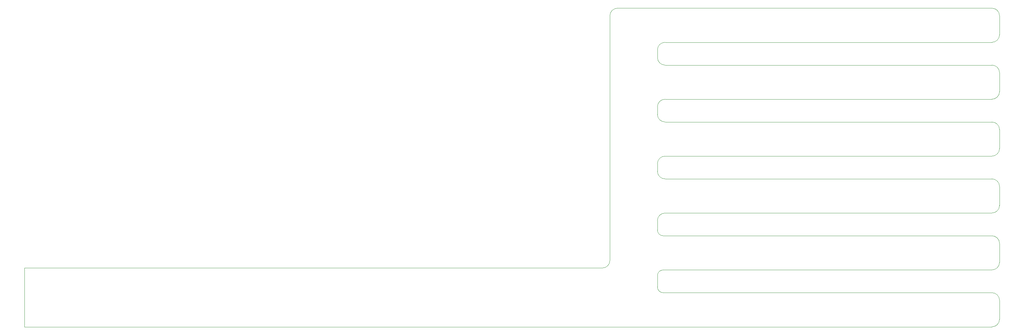
<source format=gm1>
G04 #@! TF.GenerationSoftware,KiCad,Pcbnew,(6.0.8)*
G04 #@! TF.CreationDate,2023-03-13T18:38:55-05:00*
G04 #@! TF.ProjectId,comb_v2_electrodes,636f6d62-5f76-4325-9f65-6c656374726f,rev?*
G04 #@! TF.SameCoordinates,Original*
G04 #@! TF.FileFunction,Profile,NP*
%FSLAX46Y46*%
G04 Gerber Fmt 4.6, Leading zero omitted, Abs format (unit mm)*
G04 Created by KiCad (PCBNEW (6.0.8)) date 2023-03-13 18:38:55*
%MOMM*%
%LPD*%
G01*
G04 APERTURE LIST*
G04 #@! TA.AperFunction,Profile*
%ADD10C,0.100000*%
G04 #@! TD*
G04 APERTURE END LIST*
D10*
X190000000Y-106000000D02*
X190000000Y-108500000D01*
X280000000Y-97000000D02*
X280000000Y-102000000D01*
X190000000Y-123500000D02*
G75*
G03*
X191500000Y-125000000I1500000J0D01*
G01*
X280000000Y-52000000D02*
G75*
G03*
X278000000Y-50000000I-2000000J0D01*
G01*
X179500000Y-50000000D02*
X278000000Y-50000000D01*
X191500000Y-110000000D02*
X278000000Y-110000000D01*
X280000000Y-97000000D02*
G75*
G03*
X278000000Y-95000000I-2000000J0D01*
G01*
X190000000Y-61000000D02*
X190000000Y-63000000D01*
X278000000Y-104000000D02*
G75*
G03*
X280000000Y-102000000I0J2000000D01*
G01*
X280000000Y-82000000D02*
X280000000Y-87000000D01*
X278000000Y-134000000D02*
G75*
G03*
X280000000Y-132000000I0J2000000D01*
G01*
X27250000Y-134000000D02*
X180850000Y-134000000D01*
X177500000Y-116500000D02*
X177500000Y-52000000D01*
X179500000Y-50000000D02*
G75*
G03*
X177500000Y-52000000I0J-2000000D01*
G01*
X280000000Y-112000000D02*
X280000000Y-117000000D01*
X192000000Y-80000000D02*
X278000000Y-80000000D01*
X280000000Y-112000000D02*
G75*
G03*
X278000000Y-110000000I-2000000J0D01*
G01*
X278000000Y-74000000D02*
G75*
G03*
X280000000Y-72000000I0J2000000D01*
G01*
X278000000Y-119000000D02*
G75*
G03*
X280000000Y-117000000I0J2000000D01*
G01*
X190000000Y-91000000D02*
X190000000Y-93000000D01*
X278000000Y-134000000D02*
X180850000Y-134000000D01*
X278000000Y-119000000D02*
X191500000Y-119000000D01*
X175500000Y-118500000D02*
X27250000Y-118500000D01*
X190000000Y-120500000D02*
X190000000Y-123500000D01*
X280000000Y-82000000D02*
G75*
G03*
X278000000Y-80000000I-2000000J0D01*
G01*
X191500000Y-125000000D02*
X278000000Y-125000000D01*
X191500000Y-119000000D02*
G75*
G03*
X190000000Y-120500000I0J-1500000D01*
G01*
X278000000Y-89000000D02*
G75*
G03*
X280000000Y-87000000I0J2000000D01*
G01*
X190000000Y-93000000D02*
G75*
G03*
X192000000Y-95000000I2000000J0D01*
G01*
X278000000Y-74000000D02*
X192000000Y-74000000D01*
X280000000Y-127000000D02*
G75*
G03*
X278000000Y-125000000I-2000000J0D01*
G01*
X190000000Y-63000000D02*
G75*
G03*
X192000000Y-65000000I2000000J0D01*
G01*
X278000000Y-104000000D02*
X192000000Y-104000000D01*
X278000000Y-59000000D02*
G75*
G03*
X280000000Y-57000000I0J2000000D01*
G01*
X192000000Y-104000000D02*
G75*
G03*
X190000000Y-106000000I0J-2000000D01*
G01*
X192000000Y-89000000D02*
G75*
G03*
X190000000Y-91000000I0J-2000000D01*
G01*
X192000000Y-95000000D02*
X278000000Y-95000000D01*
X280000000Y-127000000D02*
X280000000Y-132000000D01*
X192000000Y-74000000D02*
G75*
G03*
X190000000Y-76000000I0J-2000000D01*
G01*
X190000000Y-76000000D02*
X190000000Y-78000000D01*
X190000000Y-78000000D02*
G75*
G03*
X192000000Y-80000000I2000000J0D01*
G01*
X280000000Y-52000000D02*
X280000000Y-57000000D01*
X190000000Y-108500000D02*
G75*
G03*
X191500000Y-110000000I1500000J0D01*
G01*
X175500000Y-118500000D02*
G75*
G03*
X177500000Y-116500000I0J2000000D01*
G01*
X192000000Y-59000000D02*
G75*
G03*
X190000000Y-61000000I0J-2000000D01*
G01*
X278000000Y-59000000D02*
X192000000Y-59000000D01*
X278000000Y-89000000D02*
X192000000Y-89000000D01*
X192000000Y-65000000D02*
X278000000Y-65000000D01*
X280000000Y-67000000D02*
G75*
G03*
X278000000Y-65000000I-2000000J0D01*
G01*
X280000000Y-67000000D02*
X280000000Y-72000000D01*
X23500000Y-118500000D02*
X23500000Y-134000000D01*
X23500000Y-134000000D02*
X27250000Y-134000000D01*
X27250000Y-118500000D02*
X23500000Y-118500000D01*
M02*

</source>
